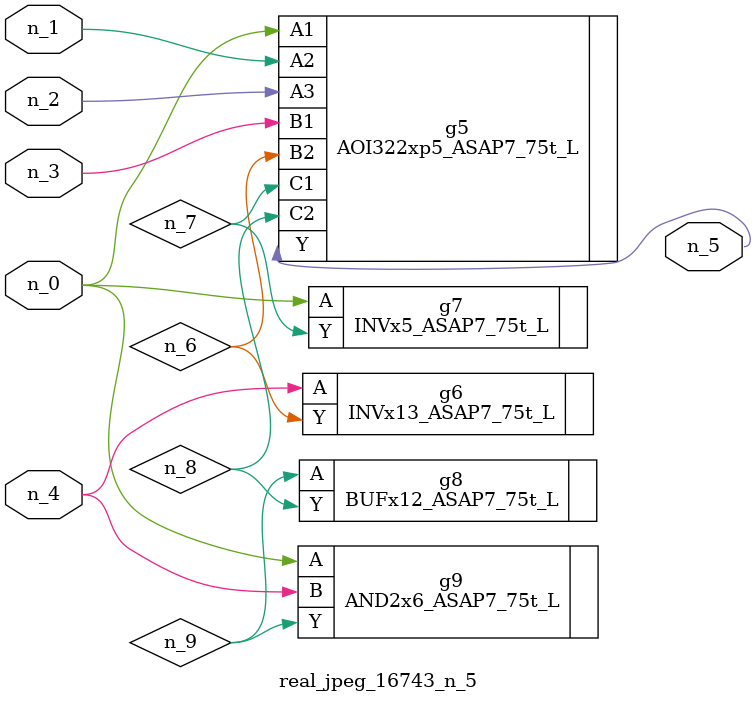
<source format=v>
module real_jpeg_16743_n_5 (n_4, n_0, n_1, n_2, n_3, n_5);

input n_4;
input n_0;
input n_1;
input n_2;
input n_3;

output n_5;

wire n_8;
wire n_6;
wire n_7;
wire n_9;

AOI322xp5_ASAP7_75t_L g5 ( 
.A1(n_0),
.A2(n_1),
.A3(n_2),
.B1(n_3),
.B2(n_6),
.C1(n_7),
.C2(n_8),
.Y(n_5)
);

INVx5_ASAP7_75t_L g7 ( 
.A(n_0),
.Y(n_7)
);

AND2x6_ASAP7_75t_L g9 ( 
.A(n_0),
.B(n_4),
.Y(n_9)
);

INVx13_ASAP7_75t_L g6 ( 
.A(n_4),
.Y(n_6)
);

BUFx12_ASAP7_75t_L g8 ( 
.A(n_9),
.Y(n_8)
);


endmodule
</source>
